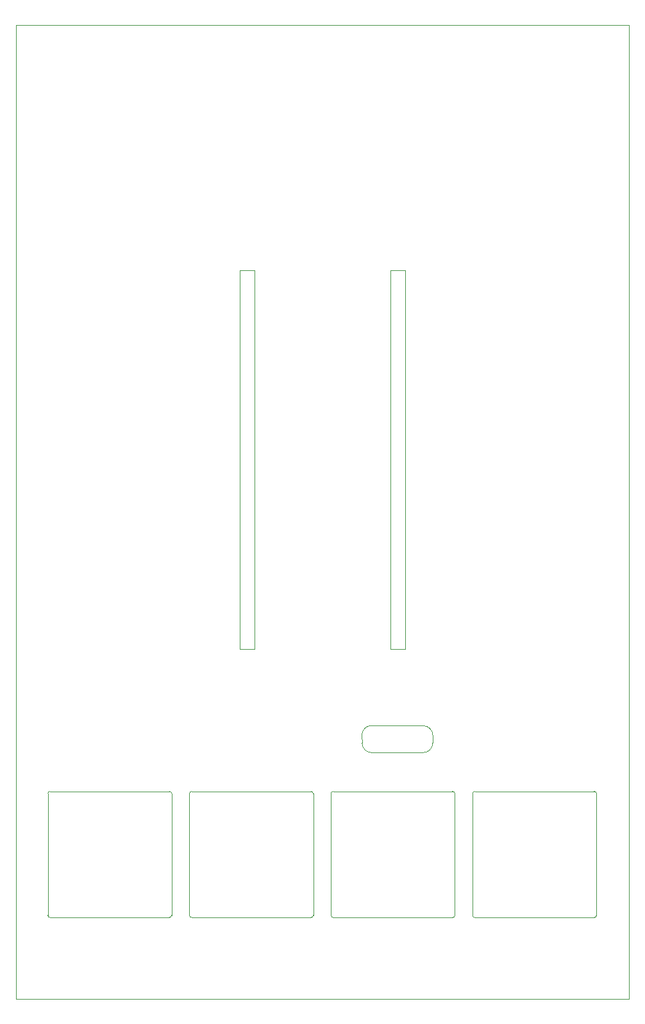
<source format=gbr>
%TF.GenerationSoftware,KiCad,Pcbnew,(6.0.11)*%
%TF.CreationDate,2023-05-23T14:51:42+01:00*%
%TF.ProjectId,Quango_Panel,5175616e-676f-45f5-9061-6e656c2e6b69,rev?*%
%TF.SameCoordinates,Original*%
%TF.FileFunction,Profile,NP*%
%FSLAX46Y46*%
G04 Gerber Fmt 4.6, Leading zero omitted, Abs format (unit mm)*
G04 Created by KiCad (PCBNEW (6.0.11)) date 2023-05-23 14:51:42*
%MOMM*%
%LPD*%
G01*
G04 APERTURE LIST*
%TA.AperFunction,Profile*%
%ADD10C,0.100000*%
%TD*%
%TA.AperFunction,Profile*%
%ADD11C,0.120000*%
%TD*%
G04 APERTURE END LIST*
D10*
X50000000Y-30000000D02*
X131000000Y-30000000D01*
X131000000Y-30000000D02*
X131000000Y-158500000D01*
X131000000Y-158500000D02*
X50000000Y-158500000D01*
X50000000Y-158500000D02*
X50000000Y-30000000D01*
D11*
%TO.C,REF\u002A\u002A*%
X70280000Y-131080000D02*
X54520000Y-131080000D01*
X54240000Y-131380000D02*
X54240000Y-147420000D01*
X70280000Y-147720000D02*
X54520000Y-147720000D01*
X70590000Y-131380000D02*
X70590000Y-147420000D01*
X54239999Y-147420000D02*
G75*
G03*
X54520000Y-147720000I291316J-8772D01*
G01*
X54520000Y-131079999D02*
G75*
G03*
X54240000Y-131380000I12375J-292217D01*
G01*
X70590039Y-131379999D02*
G75*
G03*
X70280000Y-131080000I-306839J-6901D01*
G01*
X70280001Y-147719990D02*
G75*
G03*
X70590000Y-147420000I17299J292290D01*
G01*
X107680000Y-147720000D02*
X91920000Y-147720000D01*
X91640000Y-131380000D02*
X91640000Y-147420000D01*
X107990000Y-131380000D02*
X107990000Y-147420000D01*
X107680000Y-131080000D02*
X91920000Y-131080000D01*
X107990039Y-131379999D02*
G75*
G03*
X107680000Y-131080000I-306839J-6901D01*
G01*
X91920000Y-131079999D02*
G75*
G03*
X91640000Y-131380000I12375J-292217D01*
G01*
X91639999Y-147420000D02*
G75*
G03*
X91920000Y-147720000I291316J-8772D01*
G01*
X107680001Y-147719990D02*
G75*
G03*
X107990000Y-147420000I17299J292290D01*
G01*
X95700000Y-123700000D02*
X95719239Y-124680761D01*
X105080761Y-124680761D02*
X105080761Y-123719239D01*
X97000000Y-122400000D02*
X103780761Y-122419239D01*
X97019239Y-125980761D02*
X103780761Y-125980761D01*
X97000000Y-122400000D02*
G75*
G03*
X95700000Y-123700000I-1J-1299999D01*
G01*
X95719239Y-124680761D02*
G75*
G03*
X97019239Y-125980761I1299999J-1D01*
G01*
X103780761Y-125980761D02*
G75*
G03*
X105080761Y-124680761I-1J1300001D01*
G01*
X105080761Y-123719239D02*
G75*
G03*
X103780761Y-122419239I-1300001J-1D01*
G01*
X126380000Y-147720000D02*
X110620000Y-147720000D01*
X126380000Y-131080000D02*
X110620000Y-131080000D01*
X110340000Y-131380000D02*
X110340000Y-147420000D01*
X126690000Y-131380000D02*
X126690000Y-147420000D01*
X110620000Y-131079999D02*
G75*
G03*
X110340000Y-131380000I12375J-292217D01*
G01*
X126380001Y-147719990D02*
G75*
G03*
X126690000Y-147420000I17299J292290D01*
G01*
X110339999Y-147420000D02*
G75*
G03*
X110620000Y-147720000I291316J-8772D01*
G01*
X126690039Y-131379999D02*
G75*
G03*
X126380000Y-131080000I-306839J-6901D01*
G01*
%TO.C,Level1*%
X81550000Y-62350000D02*
X79550000Y-62350000D01*
X79550000Y-62350000D02*
X79550000Y-112350000D01*
X79550000Y-112350000D02*
X81550000Y-112350000D01*
X81550000Y-112350000D02*
X81550000Y-62350000D01*
X101450000Y-62350000D02*
X99450000Y-62350000D01*
X99450000Y-62350000D02*
X99450000Y-112350000D01*
X99450000Y-112350000D02*
X101450000Y-112350000D01*
X101450000Y-112350000D02*
X101450000Y-62350000D01*
%TO.C,REF\u002A\u002A*%
X88980000Y-131080000D02*
X73220000Y-131080000D01*
X88980000Y-147720000D02*
X73220000Y-147720000D01*
X72940000Y-131380000D02*
X72940000Y-147420000D01*
X89290000Y-131380000D02*
X89290000Y-147420000D01*
X88980001Y-147719990D02*
G75*
G03*
X89290000Y-147420000I17299J292290D01*
G01*
X73220000Y-131079999D02*
G75*
G03*
X72940000Y-131380000I12375J-292217D01*
G01*
X72939999Y-147420000D02*
G75*
G03*
X73220000Y-147720000I291316J-8772D01*
G01*
X89290039Y-131379999D02*
G75*
G03*
X88980000Y-131080000I-306839J-6901D01*
G01*
%TD*%
M02*

</source>
